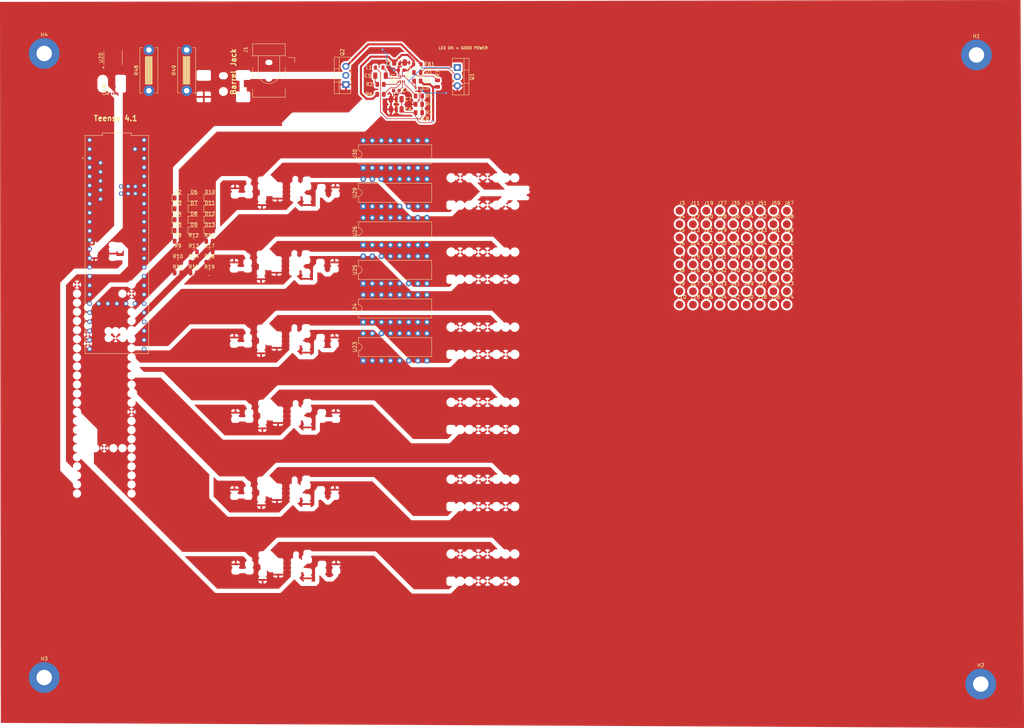
<source format=kicad_pcb>
(kicad_pcb (version 20241229) (generator "pcbnew") (generator_version "9.0")
  (layers (0 "F.Cu" signal) (2 "B.Cu" signal) (13 "F.Paste" user) (15 "B.Paste" user) (5 "F.SilkS" user "F.Silkscreen") (7 "B.SilkS" user "B.Silkscreen") (1 "F.Mask" user) (3 "B.Mask" user) (25 "Edge.Cuts" user))
  (net 0 "")
  (net 1 "BUCK_PG")
  (net 2 "BUCK_SS")
  (net 3 "BUCK_SW")
  (net 4 "Net-(C5-Pad1)")
  (net 5 "BUCK_VOUT")
  (net 6 "Net-(C8-Pad1)")
  (net 7 "BUCK_IN")
  (net 8 "Net-(D1-K)")
  (net 9 "SYNC")
  (net 10 "MOSI")
  (net 11 "SCK")
  (net 12 "Net-(U19-VOUT)")
  (net 15 "Net-(U20--)")
  (net 17 "CELL_VOLTAGE")
  (net 18 "Net-(D2-A)")
  (net 19 "Net-(D3-A)")
  (net 20 "Net-(D4-A)")
  (net 21 "Net-(Q2-S)")
  (net 22 "BARREL_21V")
  (net 23 "Net-(D5-A)")
  (net 24 "Net-(D6-A)")
  (net 25 "BUCK_BST")
  (net 26 "BUCK_FB")
  (net 27 "Net-(D7-A)")
  (net 28 "Net-(D8-A)")
  (net 29 "Net-(D9-A)")
  (net 30 "Net-(D10-A)")
  (net 31 "Net-(D11-A)")
  (net 32 "Net-(D12-A)")
  (net 33 "Net-(D13-A)")
  (net 34 "A0")
  (net 35 "A2")
  (net 36 "A1")
  (net 37 "A3")
  (net 38 "A4")
  (net 39 "A6")
  (net 40 "A8")
  (net 41 "A10")
  (net 42 "A5")
  (net 43 "A7")
  (net 44 "A9")
  (net 45 "A11")
  (net 46 "Polarity Enable 2")
  (net 47 "Plate 1.2")
  (net 48 "Plate 2.1")
  (net 49 "Plate 1.1")
  (net 50 "Polarity Enable 1")
  (net 51 "Plate 2.2")
  (net 60 "3.3v")
  (net 78 "RXD")
  (net 88 "TXD")
  (net 89 "Plate 3.2")
  (net 90 "Plate 3.1")
  (net 91 "Plate 4.1")
  (net 92 "Plate 4.2")
  (net 93 "Plate 5.2")
  (net 94 "Plate 6.2")
  (net 95 "Plate 6.1")
  (net 96 "Plate 5.1")
  (net 97 "Plate 8.2")
  (net 98 "Plate 7.1")
  (net 99 "Plate 8.1")
  (net 100 "Plate 7.2")
  (net 101 "Plate 9.2")
  (net 102 "Plate 10.1")
  (net 103 "Plate 9.1")
  (net 104 "Plate 10.2")
  (net 105 "Plate 12.1")
  (net 106 "Plate 12.2")
  (net 107 "Plate 11.1")
  (net 108 "Plate 11.2")
  (net 109 "BUCK_EN")
  (net 110 "GND")
  (net 111 "Net-(D1-A)")
  (footprint "Library:HARWIN_P70-1000045R" (layer "F.Cu") (at 217.28 77.06)
    (property "Reference" "J55")
    (property "Value" "P70-1000045R")
  )
  (footprint "Resistor_SMD:R_0805_2012Metric" (layer "F.Cu") (at 127.123167 26.514 -90)
    (property "Reference" "R7")
    (property "Value" "330")
  )
  (footprint "Library:HARWIN_P70-1000045R" (layer "F.Cu") (at 209.78 65.81)
    (property "Reference" "J36")
    (property "Value" "P70-1000045R")
  )
  (footprint "Library:HARWIN_P70-1000045R" (layer "F.Cu") (at 221.03 62.06)
    (property "Reference" "J59")
    (property "Value" "P70-1000045R")
  )
  (footprint "LED_SMD:LED_0805_2012Metric" (layer "F.Cu") (at 63.5125 61.5)
    (property "Reference" "D11")
    (property "Value" "LED")
  )
  (footprint "Library:HARWIN_P70-1000045R" (layer "F.Cu") (at 194.78 73.31)
    (property "Reference" "J6")
    (property "Value" "P70-1000045R")
  )
  (footprint "Package_DIP:DIP-16_W7.62mm" (layer "F.Cu") (at 106.38 93.18 90)
    (property "Reference" "U24")
    (property "Value" "SN754410NE")
  )
  (footprint "Library:HARWIN_P70-1000045R" (layer "F.Cu") (at 198.53 84.56)
    (property "Reference" "J17")
    (property "Value" "P70-1000045R")
  )
  (footprint "Library:HARWIN_P70-1000045R" (layer "F.Cu") (at 202.28 62.06)
    (property "Reference" "J19")
    (property "Value" "P70-1000045R")
  )
  (footprint "LED_SMD:LED_0805_2012Metric" (layer "F.Cu") (at 63.5125 64.54)
    (property "Reference" "D12")
    (property "Value" "LED")
  )
  (footprint "Library:HARWIN_P70-1000045R" (layer "F.Cu") (at 224.78 88.31)
    (property "Reference" "J74")
    (property "Value" "P70-1000045R")
  )
  (footprint "Library:HARWIN_P70-1000045R" (layer "F.Cu") (at 217.28 65.81)
    (property "Reference" "J52")
    (property "Value" "P70-1000045R")
  )
  (footprint "MountingHole:MountingHole_4.3mm_M4_Pad" (layer "F.Cu") (at 17.18 192.54)
    (property "Reference" "H3")
    (property "Value" "MountingHole_Pad")
  )
  (footprint "Resistor_SMD:R_0805_2012Metric" (layer "F.Cu") (at 63.3925 70.575)
    (property "Reference" "R16")
    (property "Value" "220")
  )
  (footprint "Library:SOT583_MP2331H" (layer "F.Cu") (at 117.083167 25.144 -90)
    (property "Reference" "U16")
    (property "Value" "MP2331HGTL-Z")
  )
  (footprint "Capacitor_SMD:C_0201_0603Metric" (layer "F.Cu") (at 121.923167 36.354 180)
    (property "Reference" "C8")
    (property "Value" "10p")
  )
  (footprint "Inductor_SMD:L_0805_2012Metric" (layer "F.Cu") (at 110.824067 22.024 180)
    (property "Reference" "L1")
    (property "Value" "3u3")
  )
  (footprint "Capacitor_SMD:C_1206_3216Metric" (layer "F.Cu") (at 116.513167 20.624)
    (property "Reference" "C9")
    (property "Value" "22u")
  )
  (footprint "Package_TO_SOT_SMD:SOT-363_SC-70-6" (layer "F.Cu") (at 36.315 28.325 90)
    (property "Reference" "U19")
    (property "Value" "DAC5311xDCK")
  )
  (footprint "Library:HARWIN_P70-1000045R" (layer "F.Cu") (at 213.53 84.56)
    (property "Reference" "J49")
    (property "Value" "P70-1000045R")
  )
  (footprint "Library:HARWIN_P70-1000045R" (layer "F.Cu") (at 213.53 62.06)
    (property "Reference" "J43")
    (property "Value" "P70-1000045R")
  )
  (footprint "Library:HARWIN_P70-1000045R" (layer "F.Cu") (at 217.28 73.31)
    (property "Reference" "J54")
    (property "Value" "P70-1000045R")
  )
  (footprint "Library:HARWIN_P70-1000045R" (layer "F.Cu") (at 202.28 65.81)
    (property "Reference" "J20")
    (property "Value" "P70-1000045R")
  )
  (footprint "Inductor_SMD:L_0805_2012Metric" (layer "F.Cu") (at 121.503167 21.124 180)
    (property "Reference" "FB1")
    (property "Value" "600 @ 600 MHz")
  )
  (footprint "Package_DIP:DIP-16_W7.62mm" (layer "F.Cu") (at 106.38 71.62 90)
    (property "Reference" "U26")
    (property "Value" "SN754410NE")
  )
  (footprint "LED_SMD:LED_0805_2012Metric" (layer "F.Cu") (at 63.5125 67.58)
    (property "Reference" "D13")
    (property "Value" "LED")
  )
  (footprint "Capacitor_SMD:C_0603_1608Metric" (layer "F.Cu") (at 115.613167 28.464 180)
    (property "Reference" "C4")
    (property "Value" "6n8")
  )
  (footprint "Library:HARWIN_P70-1000045R" (layer "F.Cu") (at 198.53 65.81)
    (property "Reference" "J12")
    (property "Value" "P70-1000045R")
  )
  (footprint "LED_SMD:LED_0805_2012Metric" (layer "F.Cu") (at 63.5125 58.46)
    (property "Reference" "D10")
    (property "Value" "LED")
  )
  (footprint "Package_DIP:DIP-16_W7.62mm" (layer "F.Cu") (at 106.38 82.4 90)
    (property "Reference" "U25")
    (property "Value" "SN754410NE")
  )
  (footprint "Resistor_SMD:R_0805_2012Metric" (layer "F.Cu") (at 121.503167 25.807333 180)
    (property "Reference" "R1")
    (property "Value" "10k")
  )
  (footprint "LED_SMD:LED_0805_2012Metric" (layer "F.Cu") (at 54.6125 64.54)
    (property "Reference" "D4")
    (property "Value" "LED")
  )
  (footprint "Library:HARWIN_P70-1000045R" (layer "F.Cu") (at 202.28 73.31)
    (property "Reference" "J22")
    (property "Value" "P70-1000045R")
  )
  (footprint "Library:HARWIN_P70-1000045R" (layer "F.Cu") (at 202.28 84.56)
    (property "Reference" "J25")
    (property "Value" "P70-1000045R")
  )
  (footprint "Capacitor_SMD:C_1206_3216Metric" (layer "F.Cu") (at 111.203167 24.289)
    (property "Reference" "C5")
    (property "Value" "1u")
  )
  (footprint "Resistor_SMD:R_0805_2012Metric" (layer "F.Cu") (at 111.203167 26.724)
    (property "Reference" "R2")
    (property "Value" "20")
  )
  (footprint "Library:HARWIN_P70-1000045R" (layer "F.Cu") (at 194.78 62.06)
    (property "Reference" "J3")
    (property "Value" "P70-1000045R")
  )
  (footprint "LED_SMD:LED_0805_2012Metric" (layer "F.Cu") (at 54.6125 58.46)
    (property "Reference" "D2")
    (property "Value" "LED")
  )
  (footprint "Library:HARWIN_P70-1000045R" (layer "F.Cu") (at 198.53 73.31)
    (property "Reference" "J14")
    (property "Value" "P70-1000045R")
  )
  (footprint "Library:HARWIN_P70-1000045R" (layer "F.Cu") (at 194.78 80.81)
    (property "Reference" "J8")
    (property "Value" "P70-1000045R")
  )
  (footprint "Library:HARWIN_P70-1000045R" (layer "F.Cu") (at 209.78 69.56)
    (property "Reference" "J37")
    (property "Value" "P70-1000045R")
  )
  (footprint "Library:HARWIN_P70-1000045R" (layer "F.Cu") (at 194.78 84.56)
    (property "Reference" "J9")
    (property "Value" "P70-1000045R")
  )
  (footprint "Connector_BarrelJack:BarrelJack_CLIFF_FC681465S_SMT_Horizontal" (layer "F.Cu") (at 80 23.5 -90)
    (property "Reference" "J1")
    (property "Value" "Barrel_Jack")
  )
  (footprint "MountingHole:MountingHole_4.3mm_M4_Pad" (layer "F.Cu") (at 17.18 18.09)
    (property "Reference" "H4")
    (property "Value" "MountingHole_Pad")
  )
  (footprint "Library:HARWIN_P70-1000045R" (layer "F.Cu") (at 217.28 69.56)
    (property "Reference" "J53")
    (property "Value" "P70-1000045R")
  )
  (footprint "Library:HARWIN_P70-1000045R" (layer "F.Cu") (at 213.53 88.31)
    (property "Reference" "J50")
    (property "Value" "P70-1000045R")
  )
  (footprint "Library:HARWIN_P70-1000045R" (layer "F.Cu") (at 206.03 84.56)
    (property "Reference" "J33")
    (property "Value" "P70-1000045R")
  )
  (footprint "Library:HARWIN_P70-1000045R" (layer "F.Cu") (at 213.53 77.06)
    (property "Reference" "J47")
    (property "Value" "P70-1000045R")
  )
  (footprint "Library:HARWIN_P70-1000045R" (layer "F.Cu") (at 213.53 80.81)
    (property "Reference" "J48")
    (property "Value" "P70-1000045R")
  )
  (footprint "Library:HARWIN_P70-1000045R" (layer "F.Cu") (at 194.78 65.81)
    (property "Reference" "J4")
    (property "Value" "P70-1000045R")
  )
  (footprint "Package_DIP:DIP-16_W7.62mm" (layer "F.Cu") (at 106.38 60.84 90)
    (property "Reference" "U29")
    (property "Value" "SN754410NE")
  )
  (footprint "Package_DIP:DIP-16_W7.62mm" (layer "F.Cu") (at 106.38 103.96 90)
    (property "Reference" "U23")
    (property "Value" "SN754410NE")
  )
  (footprint "Library:HARWIN_P70-1000045R" (layer "F.Cu") (at 213.53 73.31)
    (property "Reference" "J46")
    (property "Value" "P70-1000045R")
  )
  (footprint "Package_TO_SOT_THT:TO-220-3_Vertical" (layer "F.Cu") (at 101.52 26.76 90)
    (property "Reference" "Q2")
    (property "Value" "FQP27P06")
  )
  (footprint "Library:HARWIN_P70-1000045R" (layer "F.Cu") (at 209.78 88.31)
    (property "Reference" "J42")
    (property "Value" "P70-1000045R")
  )
  (footprint "Library:HARWIN_P70-1000045R" (layer "F.Cu") (at 194.78 77.06)
    (property "Reference" "J7")
    (property "Value" "P70-1000045R")
  )
  (footprint "Package_TO_SOT_THT:TO-220-3_Vertical" (layer "F.Cu") (at 132.674067 22.024 -90)
    (property "Reference" "Q1")
    (property "Value" "IRLZ44N")
  )
  (footprint "Resistor_SMD:R_0805_2012Metric" (layer "F.Cu") (at 63.3925 73.525)
    (property "Reference" "R17")
    (property "Value" "220")
  )
  (footprint "Library:HARWIN_P70-1000045R" (layer "F.Cu") (at 224.78 77.06)
    (property "Reference" "J71")
    (property "Value" "P70-1000045R")
  )
  (footprint "Library:HARWIN_P70-1000045R" (layer "F.Cu") (at 206.03 62.06)
    (property "Reference" "J27")
    (property "Value" "P70-1000045R")
  )
  (footprint "Library:HARWIN_P70-1000045R" (layer "F.Cu") (at 198.53 77.06)
    (property "Reference" "J15")
    (property "Value" "P70-1000045R")
  )
  (footprint "Library:HARWIN_P70-1000045R" (layer "F.Cu") (at 194.78 69.56)
    (property "Reference" "J5")
    (property "Value" "P70-1000045R")
  )
  (footprint "Library:HARWIN_P70-1000045R" (layer "F.Cu") (at 221.03 65.81)
    (property "Reference" "J60")
    (property "Value" "P70-1000045R")
  )
  (footprint "Resistor_SMD:R_0805_2012Metric" (layer "F.Cu") (at 63.3925 79.425)
    (property "Reference" "R19")
    (property "Value" "220")
  )
  (footprint "LED_SMD:LED_0805_2012Metric" (layer "F.Cu") (at 59.0625 67.58)
    (property "Reference" "D9")
    (property "Value" "LED")
  )
  (footprint "Library:HARWIN_P70-1000045R" (layer "F.Cu") (at 224.78 62.06)
    (property "Reference" "J67")
    (property "Value" "P70-1000045R")
  )
  (footprint "Resistor_SMD:R_0805_2012Metric" (layer "F.Cu") (at 121.923167 34.627333)
    (property "Reference" "R3")
    (property "Value" "40k2")
  )
  (footprint "Library:HARWIN_P70-1000045R" (layer "F.Cu") (at 224.78 73.31)
    (property "Reference" "J70")
    (property "Value" "P70-1000045R")
  )
  (footprint "MountingHole:MountingHole_4.3mm_M4_Pad" (layer "F.Cu") (at 279 194.37)
    (property "Reference" "H2")
    (property "Value" "MountingHole_Pad")
  )
  (footprint "Library:HARWIN_P70-1000045R" (layer "F.Cu") (at 206.03 65.81)
    (property "Reference" "J28")
    (property "Value" "P70-1000045R")
  )
  (footprint "Library:HARWIN_P70-1000045R" (layer "F.Cu") (at 213.53 65.81)
    (property "Reference" "J44")
    (property "Value" "P70-1000045R")
  )
  (footprint "Library:HARWIN_P70-1000045R" (layer "F.Cu") (at 224.78 84.56)
    (property "Reference" "J73")
    (property "Value" "P70-1000045R")
  )
  (footprint "Library:HARWIN_P70-1000045R" (layer "F.Cu") (at 221.03 77.06)
    (property "Reference" "J63")
    (property "Value" "P70-1000045R")
  )
  (footprint "Library:HARWIN_P70-1000045R" (layer "F.Cu") (at 198.53 80.81)
    (property "Reference" "J16")
    (property "Value" "P70-1000045R")
  )
  (footprint "Library:HARWIN_P70-1000045R" (layer "F.Cu") (at 206.03 73.31)
    (property "Reference" "J30")
    (property "Value" "P70-1000045R")
  )
  (footprint "Library:HARWIN_P70-1000045R" (layer "F.Cu") (at 209.78 73.31)
    (property "Reference" "J38")
    (property "Value" "P70-1000045R")
  )
  (footprint "Capacitor_SMD:C_0402_1005Metric" (layer "F.Cu") (at 121.503167 27.664)
    (property "Reference" "C3")
    (property "Value" "1n")
  )
  (footprint "Library:HARWIN_P70-1000045R" (layer "F.Cu") (at 217.28 84.56)
    (property "Reference" "J57")
    (property "Value" "P70-1000045R")
  )
  (footprint "Resistor_SMD:R_0805_2012Metric" (layer "F.Cu") (at 58.9825 70.575)
    (property "Reference" "R12")
    (property "Value" "220")
  )
  (footprint "Library:HARWIN_P70-1000045R" (layer "F.Cu") (at 221.03 73.31)
    (property "Reference" "J62")
    (property "Value" "P70-1000045R")
  )
  (footprint "Library:HARWIN_P70-1000045R" (layer "F.Cu") (at 198.53 69.56)
    (property "Reference" "J13")
    (property "Value" "P70-1000045R")
  )
  (footprint "Library:HARWIN_P70-1000045R" (layer "F.Cu") (at 217.28 88.31)
    (property "Reference" "J58")
    (property "Value" "P70-1000045R")
  )
  (footprint "LED_SMD:LED_0805_2012Metric" (layer "F.Cu") (at 59.0625 64.54)
    (property "Reference" "D8")
    (property "Value" "LED")
  )
  (footprint "Library:HARWIN_P70-1000045R" (layer "F.Cu") (at 221.03 69.56)
    (property "Reference" "J61")
    (property "Value" "P70-1000045R")
  )
  (footprint "Resistor_SMD:R_0805_2012Metric" (layer "F.Cu") (at 58.9825 79.425)
    (property "Reference" "R15")
    (property "Value" "220")
  )
  (footprint "Library:HARWIN_P70-1000045R" (layer "F.Cu") (at 206.03 88.31)
    (property "Reference" "J34")
    (property "Value" "P70-1000045R")
  )
  (footprint "Resistor_SMD:R_0805_2012Metric" (layer "F.Cu") (at 111.203167 29.514 180)
    (property "Reference" "R6")
    (property "Value" "604k")
  )
  (footprint "Library:HARWIN_P70-1000045R" (layer "F.Cu") (at 213.53 69.56)
    (property "Reference" "J45")
    (property "Value" "P70-1000045R")
  )
  (footprint "Library:HARWIN_P70-1000045R" (layer "F.Cu") (at 217.28 80.81)
    (property "Reference" "J56")
    (property "Value" "P70-1000045R")
  )
  (footprint "Capacitor_SMD:C_1206_3216Metric" (layer "F.Cu") (at 115.613167 30.889 180)
    (property "Reference" "C7")
    (property "Value" "22u")
  )
  (footprint "Library:HARWIN_P70-1000045R" (layer "F.Cu") (at 198.53 88.31)
    (property "Reference" "J18")
    (property "Value" "P70-1000045R")
  )
  (footprint "Resistor_SMD:R_0805_2012Metric" (layer "F.Cu") (at 58.9825 76.475)
    (property "Reference" "R14")
    (property "Value" "220")
  )
  (footprint "Resistor_THT:R_Bare_Metal_Element_L12.4mm_W4.8mm_P11.40mm" (layer "F.Cu") (at 46.45 28.5 90)
    (property "Reference" "R48")
    (property "Value" "4.7k")
  )
  (footprint "Package_DIP:DIP-16_W7.62mm" (layer "F.Cu") (at 106.38 50.06 90)
    (property "Reference" "U30")
    (property "Value" "SN754410NE")
  )
  (footprint "Library:HARWIN_P70-1000045R" (layer "F.Cu") (at 206.03 69.56)
    (property "Reference" "J29")
    (property "Value" "P70-1000045R")
  )
  (footprint "LED_SMD:LED_0805_2012Metric" (layer "F.Cu") (at 54.6125 61.5)
    (property "Reference" "D3")
    (property "Value" "LED")
  )
  (footprint "Resistor_SMD:R_0805_2012Metric" (layer "F.Cu") (at 63.3925 76.475)
    (property "Reference" "R18")
    (property "Value" "220")
  )
  (footprint "LED_SMD:LED_0805_2012Metric" (layer "F.Cu") (at 121.483167 23.415667 180)
    (property "Reference" "D1")
    (property "Value" "GREEN")
  )
  (footprint "Library:HARWIN_P70-1000045R" (layer "F.Cu") (at 202.28 88.31)
    (property "Reference" "J26")
    (property "Value" "P70-1000045R")
  )
  (footprint "Library:HARWIN_P70-1000045R" (layer "F.Cu") (at 209.78 62.06)
    (property "Reference" "J35")
    (property "Value" "P70-1000045R")
  )
  (footprint "Resistor_SMD:R_0805_2012Metric" (layer "F.Cu") (at 54.5725 76.475)
    (property "Reference" "R10")
    (property "Value" "220")
  )
  (footprint "Library:HARWIN_P70-1000045R" (layer "F.Cu") (at 224.78 69.56)
    (property "Reference" "J69")
    (property "Value" "P70-1000045R")
  )
  (footprint "Library:HARWIN_P70-1000045R" (layer "F.Cu") (at 209.78 84.56)
    (property "Reference" "J41")
    (property "Value" "P70-1000045R")
  )
  (footprint "Library:Teensy 4.1" (layer "F.Cu") (at 37.5 71.5 -90)
    (property "Reference" "U3" (hide yes))
    (property "Value" "DEV-16771")
  )
  (footprint "Resistor_SMD:R_0805_2012Metric" (layer "F.Cu") (at 54.5725 79.425)
    (property "Reference" "R11")
    (property "Value" "220")
  )
  (footprint "LED_SMD:LED_0805_2012Metric" (layer "F.Cu") (at 59.0625 58.46)
    (property "Reference" "D6")
    (property "Value" "LED")
  )
  (footprint "Resistor_SMD:R_0805_2012Metric" (layer "F.Cu") (at 121.923167 29.974)
    (property "Reference" "R5")
    (property "Value" "10k")
  )
  (footprint "Library:HARWIN_P70-1000045R" (layer "F.Cu") (at 206.03 77.06)
    (property "Reference" "J31")
    (property "Value" "P70-1000045R")
  )
  (footprint "Library:HARWIN_P70-1000045R" (layer "F.Cu") (at 221.03 84.56)
    (property "Reference" "J65")
    (property "Value" "P70-1000045R")
  )
  (footprint "Resistor_SMD:R_0805_2012Metric" (layer "F.Cu") (at 121.923167 32.300667 180)
    (property "Reference" "R4")
    (property "Value" "7k68")
  )
  (footprint "LED_SMD:LED_0805_2012Metric" (layer "F.Cu") (at 54.6125 67.58)
    (property "Reference" "D5")
    (property "Value" "LED")
  )
  (footprint "Library:HARWIN_P70-1000045R" (layer "F.Cu") (at 198.53 62.06)
    (property "Reference" "J11")
    (property "Value" "P70-1000045R")
  )
  (footprint "Library:HARWIN_P70-1000045R" (layer "F.Cu") (at 224.78 65.81)
    (property "Reference" "J68")
    (property "Value" "P70-1000045R")
  )
  (footprint "Resistor_SMD:R_0805_2012Metric" (layer "F.Cu") (at 54.5725 70.575)
    (property "Reference" "R8")
    (property "Value" "220")
  )
  (footprint "Library:HARWIN_P70-1000045R" (layer "F.Cu") (at 202.28 77.06)
    (property "Reference" "J23")
    (property "Value" "P70-1000045R")
  )
  (footprint "Library:HARWIN_P70-1000045R" (layer "F.Cu") (at 217.28 62.06)
    (property "Reference" "J51")
    (property "Value" "P70-1000045R")
  )
  (footprint "Capacitor_SMD:C_1206_3216Metric" (layer "F.Cu") (at 115.613167 33.734 180)
    (property "Reference" "C6")
    (property "Value" "22u")
  )
  (footprint "Library:HARWIN_P70-1000045R" (layer "F.Cu") (at 209.78 77.06)
    (property "Reference" "J39")
    (property "Value" "P70-1000045R")
  )
  (footprint "Library:HARWIN_P70-1000045R" (layer "F.Cu") (at 194.78 88.31)
    (property "Reference" "J10")
    (property "Value" "P70-1000045R")
  )
  (footprint "Capacitor_SMD:C_0603_1608Metric" (layer "F.Cu") (at 116.983167 22.764 180)
    (property "Reference" "C10")
    (property "Value" "0u1")
  )
  (footprint "Package_SO:SOIC-8_3.9x4.9mm_P1.27mm" (layer "F.Cu") (at 36.45 19.3 90)
    (property "Reference" "U20")
    (property "Value" "OPA197xD")
  )
  (footprint "Resistor_THT:R_Bare_Metal_Element_L12.4mm_W4.8mm_P11.40mm" (layer "F.Cu") (at 57 28.5 90)
    (property "Reference" "R49")
    (property "Value" "15k")
  )
  (footprint "Library:HARWIN_P70-1000045R" (layer "F.Cu") (at 224.78 80.81)
    (property "Reference" "J72")
    (property "Value" "P70-1000045R")
  )
  (footprint "Resistor_SMD:R_0805_2012Metric" (layer "F.Cu") (at 58.9825 73.525)
    (property "Reference" "R13")
    (property "Value" "220")
  )
  (footprint "Library:HARWIN_P70-1000045R" (layer "F.Cu") (at 221.03 88.31)
    (property "Reference" "J66")
    (property "Value" "P70-1000045R")
  )
  (footprint "Resistor_SMD:R_0805_2012Metric" (layer "F.Cu") (at 54.5725 73.525)
    (property "Reference" "R9")
    (property "Value" "220")
  )
  (footprint "Library:HARWIN_P70-1000045R" (layer "F.Cu") (at 202.28 80.81)
    (property "Reference" "J24")
    (property "Value" "P70-1000045R")
  )
  (footprint "LED_SMD:LED_0805_2012Metric" (layer "F.Cu") (at 59.0625 61.5)
    (property "Reference" "D7")
    (property "Value" "LED")
  )
  (footprint "MountingHole:MountingHole_4.3mm_M4_Pad" (layer "F.Cu") (at 277.8 18.5)
    (property "Reference" "H1")
    (property "Value" "MountingHole_Pad")
  )
  (footprint "Library:HARWIN_P70-1000045R" (layer "F.Cu") (at 202.28 69.56)
    (property "Reference" "J21")
    (property "Value" "P70-1000045R")
  )
  (footprint "Library:HARWIN_P70-1000045R" (layer "F.Cu") (at 206.03 80.81)
    (property "Reference" "J32")
    (property "Value" "P70-1000045R")
  )
  (footprint "Library:HARWIN_P70-1000045R" (layer "F.Cu") (at 221.03 80.81)
    (property "Reference" "J64")
    (property "Value" "P70-1000045R")
  )
  (footprint "Library:HARWIN_P70-1000045R" (layer "F.Cu") (at 209.78 80.81)
    (property "Reference" "J40")
    (property "Value" "P70-1000045R")
  )
  (gr_text "LED ON = GOOD POWER" (at 127.344067 16.994 0) (layer "F.SilkS") (effects (font (size 0.75 0.75) (thickness 0.15) (bold yes)) (justify left bottom)))
  (gr_text "Teensy 4.1" (at 30.861072 37.09 0) (layer "F.SilkS") (effects (font (size 1.5 1.5) (thickness 0.3) (bold yes)) (justify left bottom)))
  (gr_text "Barrel Jack" (at 70.97 29.86 90) (layer "F.SilkS") (effects (font (size 1.5 1.5) (thickness 0.3) (bold yes)) (justify left bottom)))
  (segment (start 121.023167 27.664) (end 121.023167 26.239833) (width 0.2) (layer "F.Cu") (net 1))
  (segment (start 120.545667 25.762333) (end 120.590667 25.807333) (width 0.2) (layer "F.Cu") (net 1))
  (segment (start 119.164067 25.794) (end 121.023167 27.6531) (width 0.2) (layer "F.Cu") (net 1))
  (segment (start 119.164067 25.725599) (end 117.833168 24.3947) (width 0.2) (layer "F.Cu") (net 1))
  (segment (start 119.164067 25.794) (end 119.164067 25.725599) (width 0.2) (layer "F.Cu") (net 1))
  (segment (start 121.023167 26.239833) (end 120.590667 25.807333) (width 0.2) (layer "F.Cu") (net 1))
  (segment (start 121.023167 27.6531) (end 121.023167 27.664) (width 0.2) (layer "F.Cu") (net 1))
  (via (at 119.164067 25.794) (size 0.6) (drill 0.3) (layers "F.Cu" "B.Cu") (net 1))
  (segment (start 122.934067 22.024) (end 119.164067 25.794) (width 0.2) (layer "B.Cu") (net 1))
  (segment (start 132.674067 22.024) (end 122.934067 22.024) (width 0.2) (layer "B.Cu") (net 1))
  (segment (start 117.333167 25.8933) (end 117.333167 27.519) (width 0.2) (layer "F.Cu") (net 2))
  (segment (start 117.333167 27.519) (end 116.388167 28.464) (width 0.2) (layer "F.Cu") (net 2))
  (segment (start 112.678167 24.289) (end 112.678167 22.8156) (width 0.2) (layer "F.Cu") (net 3))
  (segment (start 112.678167 22.8156) (end 111.886567 22.024) (width 0.2) (layer "F.Cu") (net 3))
  (segment (start 116.773866 25.0005) (end 113.389667 25.0005) (width 0.2) (layer "F.Cu") (net 3))
  (segment (start 116.833167 24.3947) (end 116.833167 24.941199) (width 0.2) (layer "F.Cu") (net 3))
  (segment (start 116.833167 24.941199) (end 116.773866 25.0005) (width 0.2) (layer "F.Cu") (net 3))
  (segment (start 113.389667 25.0005) (end 112.678167 24.289) (width 0.2) (layer "F.Cu") (net 3))
  (segment (start 109.728167 26.1615) (end 110.290667 26.724) (width 0.2) (layer "F.Cu") (net 4))
  (segment (start 109.728167 24.289) (end 109.728167 26.1615) (width 0.2) (layer "F.Cu") (net 4))
  (segment (start 121.603167 36.834002) (end 121.603167 36.354) (width 0.16) (layer "F.Cu") (net 5))
  (segment (start 122.203165 37.434) (end 121.603167 36.834002) (width 0.18) (layer "F.Cu") (net 5))
  (segment (start 121.578168 36.329001) (end 113.028166 36.329001) (width 0.16) (layer "F.Cu") (net 5))
  (segment (start 122.415667 25.807333) (end 123.307335 26.699001) (width 0.6) (layer "F.Cu") (net 5))
  (segment (start 123.307335 26.699001) (end 124.998166 26.699001) (width 0.6) (layer "F.Cu") (net 5))
  (segment (start 117.088167 33.734) (end 117.9815 34.627333) (width 0.2) (layer "F.Cu") (net 5))
  (segment (start 125.908166 27.609001) (end 125.908166 36.888099) (width 0.6) (layer "F.Cu") (net 5))
  (segment (start 121.010667 34.627333) (end 121.010667 35.7615) (width 0.2) (layer "F.Cu") (net 5))
  (segment (start 109.761567 22.024) (end 111.204067 23.4665) (width 0.2) (layer "F.Cu") (net 5))
  (segment (start 125.738166 37.029001) (end 125.333167 37.434) (width 0.18) (layer "F.Cu") (net 5))
  (segment (start 121.010667 35.7615) (end 121.603167 36.354) (width 0.16) (layer "F.Cu") (net 5))
  (segment (start 127.123167 27.4265) (end 126.090667 27.4265) (width 0.6) (layer "F.Cu") (net 5))
  (segment (start 125.738166 37.029001) (end 125.738166 37.058099) (width 0.18) (layer "F.Cu") (net 5))
  (segment (start 117.088167 30.889) (end 117.088167 33.734) (width 0.2) (layer "F.Cu") (net 5))
  (segment (start 111.204067 34.504902) (end 113.028166 36.329001) (width 0.2) (layer "F.Cu") (net 5))
  (segment (start 124.998166 26.699001) (end 125.908166 27.609001) (width 0.6) (layer "F.Cu") (net 5))
  (segment (start 117.9815 34.627333) (end 121.010667 34.627333) (width 0.2) (layer "F.Cu") (net 5))
  (segment (start 125.908166 36.888099) (end 125.738166 37.058099) (width 0.6) (layer "F.Cu") (net 5))
  (segment (start 125.333167 37.434) (end 122.203165 37.434) (width 0.18) (layer "F.Cu") (net 5))
  (segment (start 111.204067 23.4665) (end 111.204067 34.504902) (width 0.2) (layer "F.Cu") (net 5))
  (segment (start 126.090667 27.4265) (end 125.908166 27.609001) (width 0.6) (layer "F.Cu") (net 5))
  (via (at 125.738166 37.058099) (size 0.6) (drill 0.3) (layers "F.Cu" "B.Cu") (net 5))
  (segment (start 122.835667 35.7615) (end 122.243167 36.354) (width 0.16) (layer "F.Cu") (net 6))
  (segment (start 122.835667 29.974) (end 122.835667 35.7615) (width 0.2) (layer "F.Cu") (net 6))
  (segment (start 117.758167 22.764) (end 118.896 22.764) (width 0.6) (layer "F.Cu") (net 7))
  (segment (start 109.050667 30.754) (end 108.224067 30.754) (width 0.6) (layer "F.Cu") (net 7))
  (segment (start 105.724067 21.734) (end 108.464067 18.994) (width 0.6) (layer "F.Cu") (net 7))
  (segment (start 105.724067 29.224) (end 105.724067 21.734) (width 0.6) (layer "F.Cu") (net 7))
  (segment (start 117.333167 23.189) (end 117.758167 22.764) (width 0.2) (layer "F.Cu") (net 7))
  (segment (start 115.038167 20.624) (end 117.162167 18.5) (width 0.6) (layer "F.Cu") (net 7))
  (segment (start 108.224067 30.754) (end 107.254067 30.754) (width 0.6) (layer "F.Cu") (net 7))
  (segment (start 118.808881 18.5) (end 120.440667 20.131786) (width 0.6) (layer "F.Cu") (net 7))
  (segment (start 108.464067 18.994) (end 113.408167 18.994) (width 0.6) (layer "F.Cu") (net 7))
  (segment (start 117.333167 24.3947) (end 117.333167 23.189) (width 0.2) (layer "F.Cu") (net 7))
  (segment (start 107.254067 30.754) (end 105.724067 29.224) (width 0.6) (layer "F.Cu") (net 7))
  (segment (start 118.896 22.764) (end 120.440667 21.219333) (width 0.6) (layer "F.Cu") (net 7))
  (segment (start 113.408167 18.994) (end 115.038167 20.624) (width 0.6) (layer "F.Cu") (net 7))
  (segment (start 120.440667 21.219333) (end 120.440667 21.124) (width 0.6) (layer "F.Cu") (net 7))
  (segment (start 110.290667 29.514) (end 109.050667 30.754) (width 0.6) (layer "F.Cu") (net 7))
  (segment (start 117.162167 18.5) (end 118.808881 18.5) (width 0.6) (layer "F.Cu") (net 7))
  (segment (start 120.440667 20.131786) (end 120.440667 21.124) (width 0.6) (layer "F.Cu") (net 7))
  (segment (start 130.374067 22.264) (end 123.572334 22.264) (width 0.2) (layer "F.Cu") (net 8))
  (segment (start 123.572334 22.264) (end 122.420667 23.415667) (width 0.2) (layer "F.Cu") (net 8))
  (segment (start 132.674067 24.564) (end 130.374067 22.264) (width 0.2) (layer "F.Cu") (net 8))
  (segment (start 107.78 15.53) (end 101.63 21.68) (width 0.6) (layer "F.Cu") (net 21))
  (segment (start 101.63 21.68) (end 101.52 21.68) (width 0.6) (layer "F.Cu") (net 21))
  (segment (start 122.565667 21.124) (end 116.971667 15.53) (width 0.6) (layer "F.Cu") (net 21))
  (segment (start 116.971667 15.53) (end 107.78 15.53) (width 0.6) (layer "F.Cu") (net 21))
  (segment (start 115.502466 26.724) (end 116.333166 25.8933) (width 0.2) (layer "F.Cu") (net 25))
  (segment (start 112.115667 26.724) (end 115.502466 26.724) (width 0.2) (layer "F.Cu") (net 25))
  (segment (start 121.010667 29.681502) (end 121.010667 29.974) (width 0.2) (layer "F.Cu") (net 26))
  (segment (start 117.833168 25.8933) (end 117.833168 26.504003) (width 0.2) (layer "F.Cu") (net 26))
  (segment (start 117.833168 26.504003) (end 121.010667 29.681502) (width 0.2) (layer "F.Cu") (net 26))
  (segment (start 116.833167 26.439799) (end 115.584966 27.688) (width 0.2) (layer "F.Cu") (net 109))
  (segment (start 116.833167 25.8933) (end 116.833167 26.439799) (width 0.2) (layer "F.Cu") (net 109))
  (segment (start 115.584966 27.688) (end 113.941667 27.688) (width 0.2) (layer "F.Cu") (net 109))
  (segment (start 113.941667 27.688) (end 112.115667 29.514) (width 0.2) (layer "F.Cu") (net 109))
  (segment (start 114.838167 28.464) (end 114.838167 30.189) (width 0.2) (layer "F.Cu") (net 110))
  (segment (start 122.064067 27.664) (end 122.824067 28.424) (width 0.2) (layer "F.Cu") (net 110))
  (segment (start 117.95 29.24) (end 115.614167 29.24) (width 0.2) (layer "F.Cu") (net 110))
  (segment (start 115.224067 22.764) (end 116.208167 22.764) (width 0.2) (layer "F.Cu") (net 110))
  (segment (start 122.022167 31.289167) (end 122.022167 29.2259) (width 0.2) (layer "F.Cu") (net 110))
  (segment (start 115.164067 22.824) (end 115.224067 22.764) (width 0.2) (layer "F.Cu") (net 110))
  (segment (start 116.333166 22.888999) (end 116.208167 22.764) (width 0.2) (layer "F.Cu") (net 110))
  (segment (start 116.333166 24.3947) (end 116.333166 22.888999) (width 0.2) (layer "F.Cu") (net 110))
  (segment (start 122.022167 29.2259) (end 122.824067 28.424) (width 0.2) (layer "F.Cu") (net 110))
  (segment (start 114.838167 30.189) (end 114.138167 30.889) (width 0.2) (layer "F.Cu") (net 110))
  (segment (start 114.138167 33.734) (end 114.138167 30.889) (width 0.2) (layer "F.Cu") (net 110))
  (segment (start 121.010667 32.300667) (end 117.95 29.24) (width 0.2) (layer "F.Cu") (net 110))
  (segment (start 121.983167 27.664) (end 122.064067 27.664) (width 0.2) (layer "F.Cu") (net 110))
  (segment (start 114.964067 22.824) (end 115.164067 22.824) (width 0.2) (layer "F.Cu") (net 110))
  (segment (start 121.010667 32.300667) (end 122.022167 31.289167) (width 0.2) (layer "F.Cu") (net 110))
  (segment (start 117.988167 20.624) (end 116.208167 22.404) (width 0.2) (layer "F.Cu") (net 110))
  (segment (start 115.614167 29.24) (end 114.838167 28.464) (width 0.2) (layer "F.Cu") (net 110))
  (segment (start 116.208167 22.404) (end 116.208167 22.764) (width 0.2) (layer "F.Cu") (net 110))
  (via (at 114.964067 22.824) (size 0.6) (drill 0.3) (layers "F.Cu" "B.Cu") (net 110))
  (via (at 111.744067 17.004) (size 0.6) (drill 0.3) (layers "F.Cu" "B.Cu") (net 110))
  (via (at 122.824067 28.424) (size 0.6) (drill 0.3) (layers "F.Cu" "B.Cu") (net 110))
  (via (at 129.544067 29.154) (size 0.6) (drill 0.3) (layers "F.Cu" "B.Cu") (net 110))
  (segment (start 112.964067 18.224) (end 111.744067 17.004) (width 0.2) (layer "B.Cu") (net 110))
  (segment (start 112.964067 20.824) (end 112.964067 18.224) (width 0.2) (layer "B.Cu") (net 110))
  (segment (start 114.964067 22.824) (end 112.964067 20.824) (width 0.2) (layer "B.Cu") (net 110))
  (segment (start 123.554067 29.154) (end 129.544067 29.154) (width 0.2) (layer "B.Cu") (net 110))
  (segment (start 122.824067 28.424) (end 123.554067 29.154) (width 0.2) (layer "B.Cu") (net 110))
  (segment (start 121.546667 24.416667) (end 125.938334 24.416667) (width 0.2) (layer "F.Cu") (net 111))
  (segment (start 120.545667 23.415667) (end 121.546667 24.416667) (width 0.2) (layer "F.Cu") (net 111))
  (segment (start 125.938334 24.416667) (end 127.123167 25.6015) (width 0.2) (layer "F.Cu") (net 111))
  (zone (net 110) (net_name "GND") (layer "F.Cu") (connect_pads (clearance 0.5)) (min_thickness 0.25) (fill yes (thermal_gap 0.5) (thermal_bridge_width 0.5))
    (polygon (pts (xy 290.12 3.14) (xy 4.83 3.67) (xy 5.07 205.22) (xy 291.1 206.66)))
  )
)
</source>
